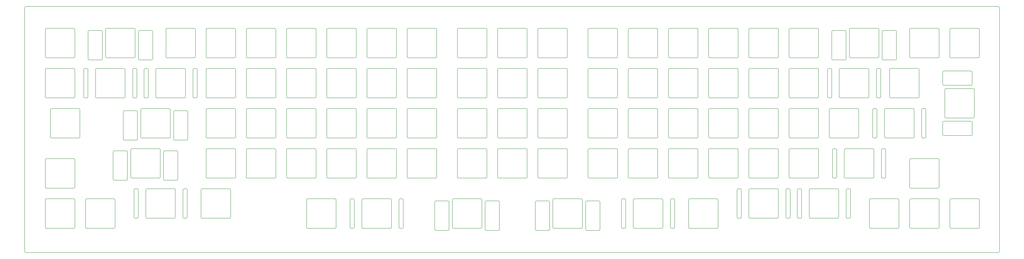
<source format=gbr>
%TF.GenerationSoftware,KiCad,Pcbnew,(5.1.6)-1*%
%TF.CreationDate,2020-07-08T00:30:10-04:00*%
%TF.ProjectId,railroad-keyboard-switch-plate,7261696c-726f-4616-942d-6b6579626f61,rev?*%
%TF.SameCoordinates,Original*%
%TF.FileFunction,Profile,NP*%
%FSLAX46Y46*%
G04 Gerber Fmt 4.6, Leading zero omitted, Abs format (unit mm)*
G04 Created by KiCad (PCBNEW (5.1.6)-1) date 2020-07-08 00:30:10*
%MOMM*%
%LPD*%
G01*
G04 APERTURE LIST*
%TA.AperFunction,Profile*%
%ADD10C,0.200000*%
%TD*%
G04 APERTURE END LIST*
D10*
X-6597650Y-462330800D02*
G75*
G02*
X-7391400Y-461537050I0J793750D01*
G01*
X454571100Y-461537050D02*
G75*
G02*
X453777350Y-462330800I-793750J0D01*
G01*
X453777350Y-345389200D02*
G75*
G02*
X454571100Y-346182950I0J-793750D01*
G01*
X-7391400Y-346182950D02*
G75*
G02*
X-6597650Y-345389200I793750J0D01*
G01*
X412496100Y-450773700D02*
G75*
G02*
X411996100Y-450273700I0J500000D01*
G01*
X-6597650Y-345389200D02*
X453777350Y-345389200D01*
X454571100Y-346182950D02*
X454571100Y-461537050D01*
X445046100Y-437273700D02*
X445046100Y-450273700D01*
X412496100Y-450773700D02*
X425496100Y-450773700D01*
X444546100Y-436773700D02*
G75*
G02*
X445046100Y-437273700I0J-500000D01*
G01*
X-7391400Y-346182950D02*
X-7391400Y-461537050D01*
X411996100Y-437273700D02*
X411996100Y-450273700D01*
X-6597650Y-462330800D02*
X453777350Y-462330800D01*
X431546100Y-436773700D02*
X444546100Y-436773700D01*
X445046100Y-450273700D02*
G75*
G02*
X444546100Y-450773700I-500000J0D01*
G01*
X412496100Y-436773700D02*
X425496100Y-436773700D01*
X425996100Y-450273700D02*
G75*
G02*
X425496100Y-450773700I-500000J0D01*
G01*
X431046100Y-437273700D02*
G75*
G02*
X431546100Y-436773700I500000J0D01*
G01*
X431546100Y-450773700D02*
G75*
G02*
X431046100Y-450273700I0J500000D01*
G01*
X431546100Y-450773700D02*
X444546100Y-450773700D01*
X425496100Y-436773700D02*
G75*
G02*
X425996100Y-437273700I0J-500000D01*
G01*
X411996100Y-437273700D02*
G75*
G02*
X412496100Y-436773700I500000J0D01*
G01*
X425996100Y-437273700D02*
X425996100Y-450273700D01*
X431046100Y-437273700D02*
X431046100Y-450273700D01*
X242927350Y-437273700D02*
G75*
G02*
X243427350Y-436773700I500000J0D01*
G01*
X406946100Y-450273700D02*
G75*
G02*
X406446100Y-450773700I-500000J0D01*
G01*
X393446100Y-450773700D02*
G75*
G02*
X392946100Y-450273700I0J500000D01*
G01*
X258490350Y-438273700D02*
G75*
G02*
X258990350Y-437773700I500000J0D01*
G01*
X241364350Y-438273700D02*
X241364350Y-451273700D01*
X406446100Y-436773700D02*
G75*
G02*
X406946100Y-437273700I0J-500000D01*
G01*
X393446100Y-436773700D02*
X406446100Y-436773700D01*
X275927350Y-450773700D02*
X276927350Y-450773700D01*
X300127350Y-436773700D02*
G75*
G02*
X300627350Y-437273700I0J-500000D01*
G01*
X256427350Y-436773700D02*
G75*
G02*
X256927350Y-437273700I0J-500000D01*
G01*
X406946100Y-437273700D02*
X406946100Y-450273700D01*
X307721100Y-450773700D02*
X320721100Y-450773700D01*
X275427350Y-437273700D02*
X275427350Y-450273700D01*
X275927350Y-436773700D02*
X276927350Y-436773700D01*
X243427350Y-450773700D02*
X256427350Y-450773700D01*
X299127350Y-450773700D02*
X300127350Y-450773700D01*
X294527350Y-436773700D02*
G75*
G02*
X295027350Y-437273700I0J-500000D01*
G01*
X281527350Y-436773700D02*
X294527350Y-436773700D01*
X258990350Y-451773700D02*
G75*
G02*
X258490350Y-451273700I0J500000D01*
G01*
X281027350Y-437273700D02*
X281027350Y-450273700D01*
X300627350Y-450273700D02*
G75*
G02*
X300127350Y-450773700I-500000J0D01*
G01*
X265240350Y-451273700D02*
G75*
G02*
X264740350Y-451773700I-500000J0D01*
G01*
X307221100Y-437273700D02*
X307221100Y-450273700D01*
X307721100Y-436773700D02*
X320721100Y-436773700D01*
X275427350Y-437273700D02*
G75*
G02*
X275927350Y-436773700I500000J0D01*
G01*
X299127350Y-450773700D02*
G75*
G02*
X298627350Y-450273700I0J500000D01*
G01*
X281527350Y-450773700D02*
G75*
G02*
X281027350Y-450273700I0J500000D01*
G01*
X240864350Y-437773700D02*
G75*
G02*
X241364350Y-438273700I0J-500000D01*
G01*
X243427350Y-436773700D02*
X256427350Y-436773700D01*
X281027350Y-437273700D02*
G75*
G02*
X281527350Y-436773700I500000J0D01*
G01*
X295027350Y-450273700D02*
G75*
G02*
X294527350Y-450773700I-500000J0D01*
G01*
X298627350Y-437273700D02*
X298627350Y-450273700D01*
X258990350Y-437773700D02*
X264740350Y-437773700D01*
X264740350Y-437773700D02*
G75*
G02*
X265240350Y-438273700I0J-500000D01*
G01*
X242927350Y-437273700D02*
X242927350Y-450273700D01*
X299127350Y-436773700D02*
X300127350Y-436773700D01*
X234614350Y-438273700D02*
G75*
G02*
X235114350Y-437773700I500000J0D01*
G01*
X281527350Y-450773700D02*
X294527350Y-450773700D01*
X392946100Y-437273700D02*
G75*
G02*
X393446100Y-436773700I500000J0D01*
G01*
X392946100Y-437273700D02*
X392946100Y-450273700D01*
X393446100Y-450773700D02*
X406446100Y-450773700D01*
X307721100Y-450773700D02*
G75*
G02*
X307221100Y-450273700I0J500000D01*
G01*
X277427350Y-450273700D02*
G75*
G02*
X276927350Y-450773700I-500000J0D01*
G01*
X320721100Y-436773700D02*
G75*
G02*
X321221100Y-437273700I0J-500000D01*
G01*
X276927350Y-436773700D02*
G75*
G02*
X277427350Y-437273700I0J-500000D01*
G01*
X258490350Y-438273700D02*
X258490350Y-451273700D01*
X307221100Y-437273700D02*
G75*
G02*
X307721100Y-436773700I500000J0D01*
G01*
X275927350Y-450773700D02*
G75*
G02*
X275427350Y-450273700I0J500000D01*
G01*
X256927350Y-437273700D02*
X256927350Y-450273700D01*
X277427350Y-437273700D02*
X277427350Y-450273700D01*
X295027350Y-437273700D02*
X295027350Y-450273700D01*
X235114350Y-451773700D02*
G75*
G02*
X234614350Y-451273700I0J500000D01*
G01*
X234614350Y-438273700D02*
X234614350Y-451273700D01*
X298627350Y-437273700D02*
G75*
G02*
X299127350Y-436773700I500000J0D01*
G01*
X300627350Y-437273700D02*
X300627350Y-450273700D01*
X235114350Y-451773700D02*
X240864350Y-451773700D01*
X265240350Y-438273700D02*
X265240350Y-451273700D01*
X235114350Y-437773700D02*
X240864350Y-437773700D01*
X258990350Y-451773700D02*
X264740350Y-451773700D01*
X321221100Y-437273700D02*
X321221100Y-450273700D01*
X243427350Y-450773700D02*
G75*
G02*
X242927350Y-450273700I0J500000D01*
G01*
X256927350Y-450273700D02*
G75*
G02*
X256427350Y-450773700I-500000J0D01*
G01*
X321221100Y-450273700D02*
G75*
G02*
X320721100Y-450773700I-500000J0D01*
G01*
X241364350Y-451273700D02*
G75*
G02*
X240864350Y-451773700I-500000J0D01*
G01*
X353896100Y-432011200D02*
X354896100Y-432011200D01*
X360271100Y-432011200D02*
G75*
G02*
X360771100Y-432511200I0J-500000D01*
G01*
X330696100Y-432011200D02*
X331696100Y-432011200D01*
X359271100Y-446011200D02*
X360271100Y-446011200D01*
X332196100Y-445511200D02*
G75*
G02*
X331696100Y-446011200I-500000J0D01*
G01*
X15921099Y-436773700D02*
G75*
G02*
X16421099Y-437273700I0J-500000D01*
G01*
X359271100Y-446011200D02*
G75*
G02*
X358771100Y-445511200I0J500000D01*
G01*
X358771100Y-432511200D02*
G75*
G02*
X359271100Y-432011200I500000J0D01*
G01*
X353896100Y-446011200D02*
X354896100Y-446011200D01*
X383471100Y-432011200D02*
G75*
G02*
X383971100Y-432511200I0J-500000D01*
G01*
X382471100Y-446011200D02*
X383471100Y-446011200D01*
X364371100Y-432511200D02*
G75*
G02*
X364871100Y-432011200I500000J0D01*
G01*
X364871100Y-446011200D02*
G75*
G02*
X364371100Y-445511200I0J500000D01*
G01*
X2421100Y-437273700D02*
G75*
G02*
X2921100Y-436773700I500000J0D01*
G01*
X360771100Y-432511200D02*
X360771100Y-445511200D01*
X330196100Y-432511200D02*
X330196100Y-445511200D01*
X2921100Y-436773700D02*
X15921099Y-436773700D01*
X332196100Y-432511200D02*
X332196100Y-445511200D01*
X358771100Y-432511200D02*
X358771100Y-445511200D01*
X381971100Y-432511200D02*
X381971100Y-445511200D01*
X382471100Y-446011200D02*
G75*
G02*
X381971100Y-445511200I0J500000D01*
G01*
X382471100Y-432011200D02*
X383471100Y-432011200D01*
X383971100Y-432511200D02*
X383971100Y-445511200D01*
X364871100Y-446011200D02*
X377871100Y-446011200D01*
X381971100Y-432511200D02*
G75*
G02*
X382471100Y-432011200I500000J0D01*
G01*
X377871100Y-432011200D02*
G75*
G02*
X378371100Y-432511200I0J-500000D01*
G01*
X353396100Y-432511200D02*
G75*
G02*
X353896100Y-432011200I500000J0D01*
G01*
X330696100Y-446011200D02*
X331696100Y-446011200D01*
X336296100Y-446011200D02*
G75*
G02*
X335796100Y-445511200I0J500000D01*
G01*
X364871100Y-432011200D02*
X377871100Y-432011200D01*
X16421099Y-450273700D02*
G75*
G02*
X15921099Y-450773700I-500000J0D01*
G01*
X16421099Y-437273700D02*
X16421099Y-450273700D01*
X2421100Y-437273700D02*
X2421100Y-450273700D01*
X2921100Y-450773700D02*
X15921099Y-450773700D01*
X360771100Y-445511200D02*
G75*
G02*
X360271100Y-446011200I-500000J0D01*
G01*
X359271100Y-432011200D02*
X360271100Y-432011200D01*
X383971100Y-445511200D02*
G75*
G02*
X383471100Y-446011200I-500000J0D01*
G01*
X353896100Y-446011200D02*
G75*
G02*
X353396100Y-445511200I0J500000D01*
G01*
X378371100Y-445511200D02*
G75*
G02*
X377871100Y-446011200I-500000J0D01*
G01*
X349796100Y-445511200D02*
G75*
G02*
X349296100Y-446011200I-500000J0D01*
G01*
X364371100Y-432511200D02*
X364371100Y-445511200D01*
X330696100Y-446011200D02*
G75*
G02*
X330196100Y-445511200I0J500000D01*
G01*
X331696100Y-432011200D02*
G75*
G02*
X332196100Y-432511200I0J-500000D01*
G01*
X330196100Y-432511200D02*
G75*
G02*
X330696100Y-432011200I500000J0D01*
G01*
X355396100Y-445511200D02*
G75*
G02*
X354896100Y-446011200I-500000J0D01*
G01*
X354896100Y-432011200D02*
G75*
G02*
X355396100Y-432511200I0J-500000D01*
G01*
X349296100Y-432011200D02*
G75*
G02*
X349796100Y-432511200I0J-500000D01*
G01*
X335796100Y-432511200D02*
G75*
G02*
X336296100Y-432011200I500000J0D01*
G01*
X2921100Y-450773700D02*
G75*
G02*
X2421100Y-450273700I0J500000D01*
G01*
X353396100Y-432511200D02*
X353396100Y-445511200D01*
X355396100Y-432511200D02*
X355396100Y-445511200D01*
X378371100Y-432511200D02*
X378371100Y-445511200D01*
X89739850Y-432011200D02*
G75*
G02*
X90239850Y-432511200I0J-500000D01*
G01*
X399139850Y-426961200D02*
G75*
G02*
X398639850Y-426461200I0J500000D01*
G01*
X76739850Y-446011200D02*
X89739850Y-446011200D01*
X50046100Y-432511200D02*
X50046100Y-445511200D01*
X50546100Y-432011200D02*
X63546100Y-432011200D01*
X411996100Y-418223700D02*
X411996100Y-431223700D01*
X412496100Y-431723700D02*
G75*
G02*
X411996100Y-431223700I0J500000D01*
G01*
X412496100Y-417723700D02*
X425496100Y-417723700D01*
X377439850Y-413461200D02*
X377439850Y-426461200D01*
X412496100Y-431723700D02*
X425496100Y-431723700D01*
X76739850Y-446011200D02*
G75*
G02*
X76239850Y-445511200I0J500000D01*
G01*
X45946100Y-432011200D02*
G75*
G02*
X46446100Y-432511200I0J-500000D01*
G01*
X64046100Y-445511200D02*
G75*
G02*
X63546100Y-446011200I-500000J0D01*
G01*
X336296100Y-446011200D02*
X349296100Y-446011200D01*
X76239850Y-432511200D02*
G75*
G02*
X76739850Y-432011200I500000J0D01*
G01*
X63546100Y-432011200D02*
G75*
G02*
X64046100Y-432511200I0J-500000D01*
G01*
X46446100Y-432511200D02*
X46446100Y-445511200D01*
X44446100Y-432511200D02*
X44446100Y-445511200D01*
X16421099Y-418223700D02*
X16421099Y-431223700D01*
X375439850Y-413461200D02*
X375439850Y-426461200D01*
X68146100Y-446011200D02*
G75*
G02*
X67646100Y-445511200I0J500000D01*
G01*
X64046100Y-432511200D02*
X64046100Y-445511200D01*
X16421099Y-431223700D02*
G75*
G02*
X15921099Y-431723700I-500000J0D01*
G01*
X411996100Y-418223700D02*
G75*
G02*
X412496100Y-417723700I500000J0D01*
G01*
X376939850Y-412961200D02*
G75*
G02*
X377439850Y-413461200I0J-500000D01*
G01*
X68146100Y-446011200D02*
X69146100Y-446011200D01*
X50046100Y-432511200D02*
G75*
G02*
X50546100Y-432011200I500000J0D01*
G01*
X15921099Y-417723700D02*
G75*
G02*
X16421099Y-418223700I0J-500000D01*
G01*
X400639850Y-426461200D02*
G75*
G02*
X400139850Y-426961200I-500000J0D01*
G01*
X425996100Y-431223700D02*
G75*
G02*
X425496100Y-431723700I-500000J0D01*
G01*
X375939850Y-426961200D02*
X376939850Y-426961200D01*
X69646100Y-432511200D02*
X69646100Y-445511200D01*
X375939850Y-426961200D02*
G75*
G02*
X375439850Y-426461200I0J500000D01*
G01*
X375939850Y-412961200D02*
X376939850Y-412961200D01*
X44946100Y-446011200D02*
G75*
G02*
X44446100Y-445511200I0J500000D01*
G01*
X67646100Y-432511200D02*
G75*
G02*
X68146100Y-432011200I500000J0D01*
G01*
X44446100Y-432511200D02*
G75*
G02*
X44946100Y-432011200I500000J0D01*
G01*
X425996100Y-418223700D02*
X425996100Y-431223700D01*
X44946100Y-432011200D02*
X45946100Y-432011200D01*
X46446100Y-445511200D02*
G75*
G02*
X45946100Y-446011200I-500000J0D01*
G01*
X50546100Y-446011200D02*
G75*
G02*
X50046100Y-445511200I0J500000D01*
G01*
X2921100Y-431723700D02*
X15921099Y-431723700D01*
X2921100Y-417723700D02*
X15921099Y-417723700D01*
X336296100Y-432011200D02*
X349296100Y-432011200D01*
X76239850Y-432511200D02*
X76239850Y-445511200D01*
X76739850Y-432011200D02*
X89739850Y-432011200D01*
X67646100Y-432511200D02*
X67646100Y-445511200D01*
X50546100Y-446011200D02*
X63546100Y-446011200D01*
X400139850Y-412961200D02*
G75*
G02*
X400639850Y-413461200I0J-500000D01*
G01*
X425496100Y-417723700D02*
G75*
G02*
X425996100Y-418223700I0J-500000D01*
G01*
X398639850Y-413461200D02*
G75*
G02*
X399139850Y-412961200I500000J0D01*
G01*
X90239850Y-432511200D02*
X90239850Y-445511200D01*
X2421100Y-418223700D02*
G75*
G02*
X2921100Y-417723700I500000J0D01*
G01*
X44946100Y-446011200D02*
X45946100Y-446011200D01*
X69646100Y-445511200D02*
G75*
G02*
X69146100Y-446011200I-500000J0D01*
G01*
X2921100Y-431723700D02*
G75*
G02*
X2421100Y-431223700I0J500000D01*
G01*
X69146100Y-432011200D02*
G75*
G02*
X69646100Y-432511200I0J-500000D01*
G01*
X68146100Y-432011200D02*
X69146100Y-432011200D01*
X2421100Y-418223700D02*
X2421100Y-431223700D01*
X377439850Y-426461200D02*
G75*
G02*
X376939850Y-426961200I-500000J0D01*
G01*
X349796100Y-432511200D02*
X349796100Y-445511200D01*
X335796100Y-432511200D02*
X335796100Y-445511200D01*
X90239850Y-445511200D02*
G75*
G02*
X89739850Y-446011200I-500000J0D01*
G01*
X375439850Y-413461200D02*
G75*
G02*
X375939850Y-412961200I500000J0D01*
G01*
X278646100Y-413461200D02*
G75*
G02*
X279146100Y-412961200I500000J0D01*
G01*
X399139850Y-426961200D02*
X400139850Y-426961200D01*
X330746100Y-413461200D02*
X330746100Y-426461200D01*
X297696100Y-413461200D02*
G75*
G02*
X298196100Y-412961200I500000J0D01*
G01*
X260096100Y-426961200D02*
X273096100Y-426961200D01*
X399139850Y-412961200D02*
X400139850Y-412961200D01*
X381539850Y-426961200D02*
X394539850Y-426961200D01*
X368346100Y-412961200D02*
G75*
G02*
X368846100Y-413461200I0J-500000D01*
G01*
X249283600Y-412961200D02*
G75*
G02*
X249783600Y-413461200I0J-500000D01*
G01*
X292146100Y-412961200D02*
G75*
G02*
X292646100Y-413461200I0J-500000D01*
G01*
X381039850Y-413461200D02*
X381039850Y-426461200D01*
X273596100Y-413461200D02*
X273596100Y-426461200D01*
X259596100Y-413461200D02*
X259596100Y-426461200D01*
X395039850Y-426461200D02*
G75*
G02*
X394539850Y-426961200I-500000J0D01*
G01*
X381539850Y-412961200D02*
X394539850Y-412961200D01*
X355346100Y-426961200D02*
X368346100Y-426961200D01*
X349296100Y-412961200D02*
G75*
G02*
X349796100Y-413461200I0J-500000D01*
G01*
X336296100Y-412961200D02*
X349296100Y-412961200D01*
X298196100Y-426961200D02*
G75*
G02*
X297696100Y-426461200I0J500000D01*
G01*
X335796100Y-413461200D02*
X335796100Y-426461200D01*
X368846100Y-426461200D02*
G75*
G02*
X368346100Y-426961200I-500000J0D01*
G01*
X311696100Y-426461200D02*
G75*
G02*
X311196100Y-426961200I-500000J0D01*
G01*
X381039850Y-413461200D02*
G75*
G02*
X381539850Y-412961200I500000J0D01*
G01*
X355346100Y-426961200D02*
G75*
G02*
X354846100Y-426461200I0J500000D01*
G01*
X354846100Y-413461200D02*
X354846100Y-426461200D01*
X336296100Y-426961200D02*
G75*
G02*
X335796100Y-426461200I0J500000D01*
G01*
X330246100Y-412961200D02*
G75*
G02*
X330746100Y-413461200I0J-500000D01*
G01*
X260096100Y-426961200D02*
G75*
G02*
X259596100Y-426461200I0J500000D01*
G01*
X273596100Y-426461200D02*
G75*
G02*
X273096100Y-426961200I-500000J0D01*
G01*
X335796100Y-413461200D02*
G75*
G02*
X336296100Y-412961200I500000J0D01*
G01*
X349796100Y-426461200D02*
G75*
G02*
X349296100Y-426961200I-500000J0D01*
G01*
X298196100Y-412961200D02*
X311196100Y-412961200D01*
X260096100Y-412961200D02*
X273096100Y-412961200D01*
X311196100Y-412961200D02*
G75*
G02*
X311696100Y-413461200I0J-500000D01*
G01*
X278646100Y-413461200D02*
X278646100Y-426461200D01*
X355346100Y-412961200D02*
X368346100Y-412961200D01*
X316746100Y-413461200D02*
G75*
G02*
X317246100Y-412961200I500000J0D01*
G01*
X336296100Y-426961200D02*
X349296100Y-426961200D01*
X381539850Y-426961200D02*
G75*
G02*
X381039850Y-426461200I0J500000D01*
G01*
X394539850Y-412961200D02*
G75*
G02*
X395039850Y-413461200I0J-500000D01*
G01*
X395039850Y-413461200D02*
X395039850Y-426461200D01*
X354846100Y-413461200D02*
G75*
G02*
X355346100Y-412961200I500000J0D01*
G01*
X368846100Y-413461200D02*
X368846100Y-426461200D01*
X349796100Y-413461200D02*
X349796100Y-426461200D01*
X317246100Y-426961200D02*
G75*
G02*
X316746100Y-426461200I0J500000D01*
G01*
X297696100Y-413461200D02*
X297696100Y-426461200D01*
X316746100Y-413461200D02*
X316746100Y-426461200D01*
X235783600Y-413461200D02*
G75*
G02*
X236283600Y-412961200I500000J0D01*
G01*
X292646100Y-413461200D02*
X292646100Y-426461200D01*
X317246100Y-426961200D02*
X330246100Y-426961200D01*
X236283600Y-426961200D02*
G75*
G02*
X235783600Y-426461200I0J500000D01*
G01*
X317246100Y-412961200D02*
X330246100Y-412961200D01*
X311696100Y-413461200D02*
X311696100Y-426461200D01*
X273096100Y-412961200D02*
G75*
G02*
X273596100Y-413461200I0J-500000D01*
G01*
X298196100Y-426961200D02*
X311196100Y-426961200D01*
X259596100Y-413461200D02*
G75*
G02*
X260096100Y-412961200I500000J0D01*
G01*
X279146100Y-426961200D02*
X292146100Y-426961200D01*
X279146100Y-412961200D02*
X292146100Y-412961200D01*
X249783600Y-426461200D02*
G75*
G02*
X249283600Y-426961200I-500000J0D01*
G01*
X400639850Y-413461200D02*
X400639850Y-426461200D01*
X279146100Y-426961200D02*
G75*
G02*
X278646100Y-426461200I0J500000D01*
G01*
X292646100Y-426461200D02*
G75*
G02*
X292146100Y-426961200I-500000J0D01*
G01*
X398639850Y-413461200D02*
X398639850Y-426461200D01*
X330746100Y-426461200D02*
G75*
G02*
X330246100Y-426961200I-500000J0D01*
G01*
X130721099Y-426461200D02*
G75*
G02*
X130221099Y-426961200I-500000J0D01*
G01*
X135771100Y-413461200D02*
G75*
G02*
X136271100Y-412961200I500000J0D01*
G01*
X136271100Y-412961200D02*
X149271100Y-412961200D01*
X117221100Y-426961200D02*
X130221099Y-426961200D01*
X111671100Y-426461200D02*
G75*
G02*
X111171100Y-426961200I-500000J0D01*
G01*
X98171100Y-412961200D02*
X111171100Y-412961200D01*
X173871100Y-413461200D02*
G75*
G02*
X174371100Y-412961200I500000J0D01*
G01*
X136271100Y-426961200D02*
G75*
G02*
X135771100Y-426461200I0J500000D01*
G01*
X136271100Y-426961200D02*
X149271100Y-426961200D01*
X173871100Y-413461200D02*
X173871100Y-426461200D01*
X211683600Y-413461200D02*
X211683600Y-426461200D01*
X149771100Y-413461200D02*
X149771100Y-426461200D01*
X117221100Y-412961200D02*
X130221099Y-412961200D01*
X111171100Y-412961200D02*
G75*
G02*
X111671100Y-413461200I0J-500000D01*
G01*
X98171100Y-426961200D02*
X111171100Y-426961200D01*
X198183600Y-426961200D02*
X211183600Y-426961200D01*
X230733600Y-426461200D02*
G75*
G02*
X230233600Y-426961200I-500000J0D01*
G01*
X217233600Y-426961200D02*
G75*
G02*
X216733600Y-426461200I0J500000D01*
G01*
X154821100Y-413461200D02*
G75*
G02*
X155321100Y-412961200I500000J0D01*
G01*
X174371100Y-412961200D02*
X187371100Y-412961200D01*
X216733600Y-413461200D02*
X216733600Y-426461200D01*
X187871100Y-426461200D02*
G75*
G02*
X187371100Y-426961200I-500000J0D01*
G01*
X97671100Y-413461200D02*
X97671100Y-426461200D01*
X116721100Y-413461200D02*
X116721100Y-426461200D01*
X216733600Y-413461200D02*
G75*
G02*
X217233600Y-412961200I500000J0D01*
G01*
X211183600Y-412961200D02*
G75*
G02*
X211683600Y-413461200I0J-500000D01*
G01*
X198183600Y-412961200D02*
X211183600Y-412961200D01*
X187871100Y-413461200D02*
X187871100Y-426461200D01*
X130221099Y-412961200D02*
G75*
G02*
X130721099Y-413461200I0J-500000D01*
G01*
X98171100Y-426961200D02*
G75*
G02*
X97671100Y-426461200I0J500000D01*
G01*
X116721100Y-413461200D02*
G75*
G02*
X117221100Y-412961200I500000J0D01*
G01*
X217233600Y-412961200D02*
X230233600Y-412961200D01*
X211683600Y-426461200D02*
G75*
G02*
X211183600Y-426961200I-500000J0D01*
G01*
X197683600Y-413461200D02*
X197683600Y-426461200D01*
X154821100Y-413461200D02*
X154821100Y-426461200D01*
X155321100Y-412961200D02*
X168321100Y-412961200D01*
X149771100Y-426461200D02*
G75*
G02*
X149271100Y-426961200I-500000J0D01*
G01*
X92621100Y-426461200D02*
G75*
G02*
X92121100Y-426961200I-500000J0D01*
G01*
X97671100Y-413461200D02*
G75*
G02*
X98171100Y-412961200I500000J0D01*
G01*
X130721099Y-413461200D02*
X130721099Y-426461200D01*
X79121100Y-426961200D02*
G75*
G02*
X78621100Y-426461200I0J500000D01*
G01*
X249783600Y-413461200D02*
X249783600Y-426461200D01*
X198183600Y-426961200D02*
G75*
G02*
X197683600Y-426461200I0J500000D01*
G01*
X168821100Y-426461200D02*
G75*
G02*
X168321100Y-426961200I-500000J0D01*
G01*
X111671100Y-413461200D02*
X111671100Y-426461200D01*
X155321100Y-426961200D02*
X168321100Y-426961200D01*
X149271100Y-412961200D02*
G75*
G02*
X149771100Y-413461200I0J-500000D01*
G01*
X78621100Y-413461200D02*
G75*
G02*
X79121100Y-412961200I500000J0D01*
G01*
X117221100Y-426961200D02*
G75*
G02*
X116721100Y-426461200I0J500000D01*
G01*
X235783600Y-413461200D02*
X235783600Y-426461200D01*
X187371100Y-412961200D02*
G75*
G02*
X187871100Y-413461200I0J-500000D01*
G01*
X168321100Y-412961200D02*
G75*
G02*
X168821100Y-413461200I0J-500000D01*
G01*
X92121100Y-412961200D02*
G75*
G02*
X92621100Y-413461200I0J-500000D01*
G01*
X230233600Y-412961200D02*
G75*
G02*
X230733600Y-413461200I0J-500000D01*
G01*
X236283600Y-426961200D02*
X249283600Y-426961200D01*
X174371100Y-426961200D02*
X187371100Y-426961200D01*
X135771100Y-413461200D02*
X135771100Y-426461200D01*
X197683600Y-413461200D02*
G75*
G02*
X198183600Y-412961200I500000J0D01*
G01*
X230733600Y-413461200D02*
X230733600Y-426461200D01*
X217233600Y-426961200D02*
X230233600Y-426961200D01*
X236283600Y-412961200D02*
X249283600Y-412961200D01*
X174371100Y-426961200D02*
G75*
G02*
X173871100Y-426461200I0J500000D01*
G01*
X155321100Y-426961200D02*
G75*
G02*
X154821100Y-426461200I0J500000D01*
G01*
X168821100Y-413461200D02*
X168821100Y-426461200D01*
X373896100Y-394411200D02*
G75*
G02*
X374396100Y-393911200I500000J0D01*
G01*
X64715350Y-413961200D02*
G75*
G02*
X65215350Y-414461200I0J-500000D01*
G01*
X414089850Y-394411200D02*
X414089850Y-407411200D01*
X35089350Y-413961200D02*
X40839350Y-413961200D01*
X387896100Y-407411200D02*
G75*
G02*
X387396100Y-407911200I-500000J0D01*
G01*
X58965350Y-427961200D02*
G75*
G02*
X58465350Y-427461200I0J500000D01*
G01*
X65215350Y-414461200D02*
X65215350Y-427461200D01*
X373896100Y-394411200D02*
X373896100Y-407411200D01*
X43402350Y-426961200D02*
X56402350Y-426961200D01*
X400589850Y-407911200D02*
G75*
G02*
X400089850Y-407411200I0J500000D01*
G01*
X394489850Y-394411200D02*
G75*
G02*
X394989850Y-393911200I500000J0D01*
G01*
X396489850Y-394411200D02*
X396489850Y-407411200D01*
X394489850Y-394411200D02*
X394489850Y-407411200D01*
X58965350Y-427961200D02*
X64715350Y-427961200D01*
X355346100Y-407911200D02*
G75*
G02*
X354846100Y-407411200I0J500000D01*
G01*
X418189850Y-393911200D02*
X419189850Y-393911200D01*
X400589850Y-393911200D02*
X413589850Y-393911200D01*
X42902350Y-413461200D02*
G75*
G02*
X43402350Y-412961200I500000J0D01*
G01*
X394989850Y-407911200D02*
G75*
G02*
X394489850Y-407411200I0J500000D01*
G01*
X418189850Y-407911200D02*
G75*
G02*
X417689850Y-407411200I0J500000D01*
G01*
X419689850Y-394411200D02*
X419689850Y-407411200D01*
X58465350Y-414461200D02*
X58465350Y-427461200D01*
X56902350Y-426461200D02*
G75*
G02*
X56402350Y-426961200I-500000J0D01*
G01*
X419689850Y-407411200D02*
G75*
G02*
X419189850Y-407911200I-500000J0D01*
G01*
X35089350Y-427961200D02*
G75*
G02*
X34589350Y-427461200I0J500000D01*
G01*
X58465350Y-414461200D02*
G75*
G02*
X58965350Y-413961200I500000J0D01*
G01*
X400589850Y-407911200D02*
X413589850Y-407911200D01*
X58965350Y-413961200D02*
X64715350Y-413961200D01*
X374396100Y-393911200D02*
X387396100Y-393911200D01*
X394989850Y-393911200D02*
X395989850Y-393911200D01*
X56902350Y-413461200D02*
X56902350Y-426461200D01*
X374396100Y-407911200D02*
G75*
G02*
X373896100Y-407411200I0J500000D01*
G01*
X387396100Y-393911200D02*
G75*
G02*
X387896100Y-394411200I0J-500000D01*
G01*
X387896100Y-394411200D02*
X387896100Y-407411200D01*
X34589350Y-414461200D02*
G75*
G02*
X35089350Y-413961200I500000J0D01*
G01*
X56402350Y-412961200D02*
G75*
G02*
X56902350Y-413461200I0J-500000D01*
G01*
X43402350Y-412961200D02*
X56402350Y-412961200D01*
X419189850Y-393911200D02*
G75*
G02*
X419689850Y-394411200I0J-500000D01*
G01*
X417689850Y-394411200D02*
X417689850Y-407411200D01*
X374396100Y-407911200D02*
X387396100Y-407911200D01*
X400089850Y-394411200D02*
X400089850Y-407411200D01*
X395989850Y-393911200D02*
G75*
G02*
X396489850Y-394411200I0J-500000D01*
G01*
X79121100Y-426961200D02*
X92121100Y-426961200D01*
X41339350Y-427461200D02*
G75*
G02*
X40839350Y-427961200I-500000J0D01*
G01*
X418189850Y-407911200D02*
X419189850Y-407911200D01*
X368846100Y-407411200D02*
G75*
G02*
X368346100Y-407911200I-500000J0D01*
G01*
X41339350Y-414461200D02*
X41339350Y-427461200D01*
X414089850Y-407411200D02*
G75*
G02*
X413589850Y-407911200I-500000J0D01*
G01*
X92621100Y-413461200D02*
X92621100Y-426461200D01*
X394989850Y-407911200D02*
X395989850Y-407911200D01*
X78621100Y-413461200D02*
X78621100Y-426461200D01*
X79121100Y-412961200D02*
X92121100Y-412961200D01*
X40839350Y-413961200D02*
G75*
G02*
X41339350Y-414461200I0J-500000D01*
G01*
X42902350Y-413461200D02*
X42902350Y-426461200D01*
X354846100Y-394411200D02*
G75*
G02*
X355346100Y-393911200I500000J0D01*
G01*
X34589350Y-414461200D02*
X34589350Y-427461200D01*
X65215350Y-427461200D02*
G75*
G02*
X64715350Y-427961200I-500000J0D01*
G01*
X417689850Y-394411200D02*
G75*
G02*
X418189850Y-393911200I500000J0D01*
G01*
X413589850Y-393911200D02*
G75*
G02*
X414089850Y-394411200I0J-500000D01*
G01*
X35089350Y-427961200D02*
X40839350Y-427961200D01*
X43402350Y-426961200D02*
G75*
G02*
X42902350Y-426461200I0J500000D01*
G01*
X396489850Y-407411200D02*
G75*
G02*
X395989850Y-407911200I-500000J0D01*
G01*
X368346100Y-393911200D02*
G75*
G02*
X368846100Y-394411200I0J-500000D01*
G01*
X400089850Y-394411200D02*
G75*
G02*
X400589850Y-393911200I500000J0D01*
G01*
X146839850Y-437273700D02*
X146839850Y-450273700D01*
X21471100Y-437273700D02*
X21471100Y-450273700D01*
X186989350Y-438273700D02*
X186989350Y-451273700D01*
X211365350Y-451773700D02*
G75*
G02*
X210865350Y-451273700I0J500000D01*
G01*
X172039850Y-450273700D02*
G75*
G02*
X171539850Y-450773700I-500000J0D01*
G01*
X152939850Y-450773700D02*
G75*
G02*
X152439850Y-450273700I0J500000D01*
G01*
X170039850Y-437273700D02*
X170039850Y-450273700D01*
X152439850Y-437273700D02*
G75*
G02*
X152939850Y-436773700I500000J0D01*
G01*
X35471100Y-450273700D02*
G75*
G02*
X34971100Y-450773700I-500000J0D01*
G01*
X165939850Y-436773700D02*
G75*
G02*
X166439850Y-437273700I0J-500000D01*
G01*
X186989350Y-438273700D02*
G75*
G02*
X187489350Y-437773700I500000J0D01*
G01*
X193739350Y-438273700D02*
X193739350Y-451273700D01*
X210865350Y-438273700D02*
X210865350Y-451273700D01*
X187489350Y-451773700D02*
X193239350Y-451773700D01*
X210865350Y-438273700D02*
G75*
G02*
X211365350Y-437773700I500000J0D01*
G01*
X209302350Y-450273700D02*
G75*
G02*
X208802350Y-450773700I-500000J0D01*
G01*
X146839850Y-437273700D02*
G75*
G02*
X147339850Y-436773700I500000J0D01*
G01*
X147339850Y-436773700D02*
X148339850Y-436773700D01*
X140246100Y-450273700D02*
G75*
G02*
X139746100Y-450773700I-500000J0D01*
G01*
X21971100Y-450773700D02*
G75*
G02*
X21471100Y-450273700I0J500000D01*
G01*
X209302350Y-437273700D02*
X209302350Y-450273700D01*
X217615350Y-438273700D02*
X217615350Y-451273700D01*
X166439850Y-437273700D02*
X166439850Y-450273700D01*
X170539850Y-436773700D02*
X171539850Y-436773700D01*
X126746100Y-450773700D02*
X139746100Y-450773700D01*
X211365350Y-437773700D02*
X217115350Y-437773700D01*
X147339850Y-450773700D02*
G75*
G02*
X146839850Y-450273700I0J500000D01*
G01*
X152939850Y-450773700D02*
X165939850Y-450773700D01*
X35471100Y-437273700D02*
X35471100Y-450273700D01*
X211365350Y-451773700D02*
X217115350Y-451773700D01*
X34971100Y-436773700D02*
G75*
G02*
X35471100Y-437273700I0J-500000D01*
G01*
X195802350Y-436773700D02*
X208802350Y-436773700D01*
X126246100Y-437273700D02*
X126246100Y-450273700D01*
X21471100Y-437273700D02*
G75*
G02*
X21971100Y-436773700I500000J0D01*
G01*
X208802350Y-436773700D02*
G75*
G02*
X209302350Y-437273700I0J-500000D01*
G01*
X195802350Y-450773700D02*
X208802350Y-450773700D01*
X170039850Y-437273700D02*
G75*
G02*
X170539850Y-436773700I500000J0D01*
G01*
X166439850Y-450273700D02*
G75*
G02*
X165939850Y-450773700I-500000J0D01*
G01*
X172039850Y-437273700D02*
X172039850Y-450273700D01*
X170539850Y-450773700D02*
G75*
G02*
X170039850Y-450273700I0J500000D01*
G01*
X187489350Y-437773700D02*
X193239350Y-437773700D01*
X139746100Y-436773700D02*
G75*
G02*
X140246100Y-437273700I0J-500000D01*
G01*
X126246100Y-437273700D02*
G75*
G02*
X126746100Y-436773700I500000J0D01*
G01*
X148839850Y-437273700D02*
X148839850Y-450273700D01*
X217615350Y-451273700D02*
G75*
G02*
X217115350Y-451773700I-500000J0D01*
G01*
X148839850Y-450273700D02*
G75*
G02*
X148339850Y-450773700I-500000J0D01*
G01*
X171539850Y-436773700D02*
G75*
G02*
X172039850Y-437273700I0J-500000D01*
G01*
X217115350Y-437773700D02*
G75*
G02*
X217615350Y-438273700I0J-500000D01*
G01*
X21971100Y-450773700D02*
X34971100Y-450773700D01*
X170539850Y-450773700D02*
X171539850Y-450773700D01*
X21971100Y-436773700D02*
X34971100Y-436773700D01*
X147339850Y-450773700D02*
X148339850Y-450773700D01*
X152939850Y-436773700D02*
X165939850Y-436773700D01*
X195802350Y-450773700D02*
G75*
G02*
X195302350Y-450273700I0J500000D01*
G01*
X195302350Y-437273700D02*
G75*
G02*
X195802350Y-436773700I500000J0D01*
G01*
X152439850Y-437273700D02*
X152439850Y-450273700D01*
X148339850Y-436773700D02*
G75*
G02*
X148839850Y-437273700I0J-500000D01*
G01*
X195302350Y-437273700D02*
X195302350Y-450273700D01*
X126746100Y-450773700D02*
G75*
G02*
X126246100Y-450273700I0J500000D01*
G01*
X140246100Y-437273700D02*
X140246100Y-450273700D01*
X193739350Y-451273700D02*
G75*
G02*
X193239350Y-451773700I-500000J0D01*
G01*
X187489350Y-451773700D02*
G75*
G02*
X186989350Y-451273700I0J500000D01*
G01*
X193239350Y-437773700D02*
G75*
G02*
X193739350Y-438273700I0J-500000D01*
G01*
X126746100Y-436773700D02*
X139746100Y-436773700D01*
X260096100Y-393911200D02*
X273096100Y-393911200D01*
X273096100Y-393911200D02*
G75*
G02*
X273596100Y-394411200I0J-500000D01*
G01*
X260096100Y-407911200D02*
X273096100Y-407911200D01*
X235783600Y-394411200D02*
X235783600Y-407411200D01*
X236283600Y-393911200D02*
X249283600Y-393911200D01*
X316746100Y-394411200D02*
X316746100Y-407411200D01*
X336296100Y-407911200D02*
G75*
G02*
X335796100Y-407411200I0J500000D01*
G01*
X259596100Y-394411200D02*
X259596100Y-407411200D01*
X349296100Y-393911200D02*
G75*
G02*
X349796100Y-394411200I0J-500000D01*
G01*
X259596100Y-394411200D02*
G75*
G02*
X260096100Y-393911200I500000J0D01*
G01*
X335796100Y-394411200D02*
G75*
G02*
X336296100Y-393911200I500000J0D01*
G01*
X236283600Y-407911200D02*
X249283600Y-407911200D01*
X349796100Y-394411200D02*
X349796100Y-407411200D01*
X335796100Y-394411200D02*
X335796100Y-407411200D01*
X336296100Y-407911200D02*
X349296100Y-407911200D01*
X330746100Y-407411200D02*
G75*
G02*
X330246100Y-407911200I-500000J0D01*
G01*
X297696100Y-394411200D02*
X297696100Y-407411200D01*
X317246100Y-407911200D02*
G75*
G02*
X316746100Y-407411200I0J500000D01*
G01*
X249783600Y-394411200D02*
X249783600Y-407411200D01*
X330246100Y-393911200D02*
G75*
G02*
X330746100Y-394411200I0J-500000D01*
G01*
X330746100Y-394411200D02*
X330746100Y-407411200D01*
X298196100Y-407911200D02*
G75*
G02*
X297696100Y-407411200I0J500000D01*
G01*
X298196100Y-393911200D02*
X311196100Y-393911200D01*
X236283600Y-407911200D02*
G75*
G02*
X235783600Y-407411200I0J500000D01*
G01*
X249283600Y-393911200D02*
G75*
G02*
X249783600Y-394411200I0J-500000D01*
G01*
X279146100Y-407911200D02*
X292146100Y-407911200D01*
X311696100Y-407411200D02*
G75*
G02*
X311196100Y-407911200I-500000J0D01*
G01*
X279146100Y-407911200D02*
G75*
G02*
X278646100Y-407411200I0J500000D01*
G01*
X297696100Y-394411200D02*
G75*
G02*
X298196100Y-393911200I500000J0D01*
G01*
X292146100Y-393911200D02*
G75*
G02*
X292646100Y-394411200I0J-500000D01*
G01*
X273596100Y-407411200D02*
G75*
G02*
X273096100Y-407911200I-500000J0D01*
G01*
X279146100Y-393911200D02*
X292146100Y-393911200D01*
X235783600Y-394411200D02*
G75*
G02*
X236283600Y-393911200I500000J0D01*
G01*
X311696100Y-394411200D02*
X311696100Y-407411200D01*
X278646100Y-394411200D02*
G75*
G02*
X279146100Y-393911200I500000J0D01*
G01*
X292646100Y-394411200D02*
X292646100Y-407411200D01*
X317246100Y-393911200D02*
X330246100Y-393911200D01*
X260096100Y-407911200D02*
G75*
G02*
X259596100Y-407411200I0J500000D01*
G01*
X249783600Y-407411200D02*
G75*
G02*
X249283600Y-407911200I-500000J0D01*
G01*
X278646100Y-394411200D02*
X278646100Y-407411200D01*
X354846100Y-394411200D02*
X354846100Y-407411200D01*
X355346100Y-393911200D02*
X368346100Y-393911200D01*
X336296100Y-393911200D02*
X349296100Y-393911200D01*
X317246100Y-407911200D02*
X330246100Y-407911200D01*
X355346100Y-407911200D02*
X368346100Y-407911200D01*
X273596100Y-394411200D02*
X273596100Y-407411200D01*
X349796100Y-407411200D02*
G75*
G02*
X349296100Y-407911200I-500000J0D01*
G01*
X316746100Y-394411200D02*
G75*
G02*
X317246100Y-393911200I500000J0D01*
G01*
X311196100Y-393911200D02*
G75*
G02*
X311696100Y-394411200I0J-500000D01*
G01*
X298196100Y-407911200D02*
X311196100Y-407911200D01*
X292646100Y-407411200D02*
G75*
G02*
X292146100Y-407911200I-500000J0D01*
G01*
X79121100Y-393911200D02*
X92121100Y-393911200D01*
X155321100Y-407911200D02*
G75*
G02*
X154821100Y-407411200I0J500000D01*
G01*
X230733600Y-394411200D02*
X230733600Y-407411200D01*
X216733600Y-394411200D02*
X216733600Y-407411200D01*
X217233600Y-407911200D02*
X230233600Y-407911200D01*
X217233600Y-393911200D02*
X230233600Y-393911200D01*
X78621100Y-394411200D02*
G75*
G02*
X79121100Y-393911200I500000J0D01*
G01*
X198183600Y-407911200D02*
X211183600Y-407911200D01*
X135771100Y-394411200D02*
X135771100Y-407411200D01*
X154821100Y-394411200D02*
G75*
G02*
X155321100Y-393911200I500000J0D01*
G01*
X98171100Y-407911200D02*
X111171100Y-407911200D01*
X174371100Y-407911200D02*
G75*
G02*
X173871100Y-407411200I0J500000D01*
G01*
X173871100Y-394411200D02*
X173871100Y-407411200D01*
X174371100Y-407911200D02*
X187371100Y-407911200D01*
X168821100Y-407411200D02*
G75*
G02*
X168321100Y-407911200I-500000J0D01*
G01*
X168821100Y-394411200D02*
X168821100Y-407411200D01*
X154821100Y-394411200D02*
X154821100Y-407411200D01*
X149271100Y-393911200D02*
G75*
G02*
X149771100Y-394411200I0J-500000D01*
G01*
X116721100Y-394411200D02*
G75*
G02*
X117221100Y-393911200I500000J0D01*
G01*
X130721099Y-407411200D02*
G75*
G02*
X130221099Y-407911200I-500000J0D01*
G01*
X155321100Y-393911200D02*
X168321100Y-393911200D01*
X130721099Y-394411200D02*
X130721099Y-407411200D01*
X117221100Y-393911200D02*
X130221099Y-393911200D01*
X79121100Y-407911200D02*
X92121100Y-407911200D01*
X211683600Y-407411200D02*
G75*
G02*
X211183600Y-407911200I-500000J0D01*
G01*
X168321100Y-393911200D02*
G75*
G02*
X168821100Y-394411200I0J-500000D01*
G01*
X211183600Y-393911200D02*
G75*
G02*
X211683600Y-394411200I0J-500000D01*
G01*
X211683600Y-394411200D02*
X211683600Y-407411200D01*
X187871100Y-407411200D02*
G75*
G02*
X187371100Y-407911200I-500000J0D01*
G01*
X187371100Y-393911200D02*
G75*
G02*
X187871100Y-394411200I0J-500000D01*
G01*
X155321100Y-407911200D02*
X168321100Y-407911200D01*
X135771100Y-394411200D02*
G75*
G02*
X136271100Y-393911200I500000J0D01*
G01*
X136271100Y-407911200D02*
X149271100Y-407911200D01*
X130221099Y-393911200D02*
G75*
G02*
X130721099Y-394411200I0J-500000D01*
G01*
X92121100Y-393911200D02*
G75*
G02*
X92621100Y-394411200I0J-500000D01*
G01*
X97671100Y-394411200D02*
X97671100Y-407411200D01*
X117221100Y-407911200D02*
X130221099Y-407911200D01*
X197683600Y-394411200D02*
X197683600Y-407411200D01*
X136271100Y-407911200D02*
G75*
G02*
X135771100Y-407411200I0J500000D01*
G01*
X198183600Y-393911200D02*
X211183600Y-393911200D01*
X117221100Y-407911200D02*
G75*
G02*
X116721100Y-407411200I0J500000D01*
G01*
X116721100Y-394411200D02*
X116721100Y-407411200D01*
X92621100Y-394411200D02*
X92621100Y-407411200D01*
X78621100Y-394411200D02*
X78621100Y-407411200D01*
X98171100Y-407911200D02*
G75*
G02*
X97671100Y-407411200I0J500000D01*
G01*
X79121100Y-407911200D02*
G75*
G02*
X78621100Y-407411200I0J500000D01*
G01*
X173871100Y-394411200D02*
G75*
G02*
X174371100Y-393911200I500000J0D01*
G01*
X111171100Y-393911200D02*
G75*
G02*
X111671100Y-394411200I0J-500000D01*
G01*
X230733600Y-407411200D02*
G75*
G02*
X230233600Y-407911200I-500000J0D01*
G01*
X198183600Y-407911200D02*
G75*
G02*
X197683600Y-407411200I0J500000D01*
G01*
X197683600Y-394411200D02*
G75*
G02*
X198183600Y-393911200I500000J0D01*
G01*
X149771100Y-394411200D02*
X149771100Y-407411200D01*
X92621100Y-407411200D02*
G75*
G02*
X92121100Y-407911200I-500000J0D01*
G01*
X97671100Y-394411200D02*
G75*
G02*
X98171100Y-393911200I500000J0D01*
G01*
X217233600Y-407911200D02*
G75*
G02*
X216733600Y-407411200I0J500000D01*
G01*
X187871100Y-394411200D02*
X187871100Y-407411200D01*
X174371100Y-393911200D02*
X187371100Y-393911200D01*
X111671100Y-407411200D02*
G75*
G02*
X111171100Y-407911200I-500000J0D01*
G01*
X98171100Y-393911200D02*
X111171100Y-393911200D01*
X230233600Y-393911200D02*
G75*
G02*
X230733600Y-394411200I0J-500000D01*
G01*
X216733600Y-394411200D02*
G75*
G02*
X217233600Y-393911200I500000J0D01*
G01*
X149771100Y-407411200D02*
G75*
G02*
X149271100Y-407911200I-500000J0D01*
G01*
X136271100Y-393911200D02*
X149271100Y-393911200D01*
X111671100Y-394411200D02*
X111671100Y-407411200D01*
X61664850Y-407411200D02*
G75*
G02*
X61164850Y-407911200I-500000J0D01*
G01*
X442664850Y-397886200D02*
G75*
G02*
X442164850Y-398386200I-500000J0D01*
G01*
X63727850Y-394911200D02*
X69477850Y-394911200D01*
X48164850Y-407911200D02*
X61164850Y-407911200D01*
X18802350Y-407411200D02*
G75*
G02*
X18302350Y-407911200I-500000J0D01*
G01*
X5302350Y-393911200D02*
X18302350Y-393911200D01*
X69977850Y-395411200D02*
X69977850Y-408411200D01*
X63727850Y-408911200D02*
X69477850Y-408911200D01*
X402971100Y-388861200D02*
X415971100Y-388861200D01*
X442164850Y-398386200D02*
X429164850Y-398386200D01*
X48164850Y-393911200D02*
X61164850Y-393911200D01*
X18302350Y-393911200D02*
G75*
G02*
X18802350Y-394411200I0J-500000D01*
G01*
X5302350Y-407911200D02*
X18302350Y-407911200D01*
X427664850Y-400449200D02*
X427664850Y-406199200D01*
X441664850Y-400449200D02*
X441664850Y-406199200D01*
X47664850Y-394411200D02*
X47664850Y-407411200D01*
X441664850Y-406199200D02*
G75*
G02*
X441164850Y-406699200I-500000J0D01*
G01*
X428664850Y-384886200D02*
X428664850Y-397886200D01*
X428664850Y-384886200D02*
G75*
G02*
X429164850Y-384386200I500000J0D01*
G01*
X402471100Y-375361200D02*
G75*
G02*
X402971100Y-374861200I500000J0D01*
G01*
X441664850Y-376573200D02*
X441664850Y-382323200D01*
X4802350Y-394411200D02*
X4802350Y-407411200D01*
X416471100Y-388361200D02*
G75*
G02*
X415971100Y-388861200I-500000J0D01*
G01*
X442164850Y-384386200D02*
X429164850Y-384386200D01*
X69977850Y-408411200D02*
G75*
G02*
X69477850Y-408911200I-500000J0D01*
G01*
X442164850Y-384386200D02*
G75*
G02*
X442664850Y-384886200I0J-500000D01*
G01*
X63727850Y-408911200D02*
G75*
G02*
X63227850Y-408411200I0J500000D01*
G01*
X61164850Y-393911200D02*
G75*
G02*
X61664850Y-394411200I0J-500000D01*
G01*
X47664850Y-394411200D02*
G75*
G02*
X48164850Y-393911200I500000J0D01*
G01*
X5302350Y-407911200D02*
G75*
G02*
X4802350Y-407411200I0J500000D01*
G01*
X61664850Y-394411200D02*
X61664850Y-407411200D01*
X416471100Y-375361200D02*
X416471100Y-388361200D01*
X427664850Y-400449200D02*
G75*
G02*
X428164850Y-399949200I500000J0D01*
G01*
X442664850Y-384886200D02*
X442664850Y-397886200D01*
X4802350Y-394411200D02*
G75*
G02*
X5302350Y-393911200I500000J0D01*
G01*
X441164850Y-399949200D02*
G75*
G02*
X441664850Y-400449200I0J-500000D01*
G01*
X402971100Y-374861200D02*
X415971100Y-374861200D01*
X428164850Y-382823200D02*
G75*
G02*
X427664850Y-382323200I0J500000D01*
G01*
X415971100Y-374861200D02*
G75*
G02*
X416471100Y-375361200I0J-500000D01*
G01*
X427664850Y-376573200D02*
G75*
G02*
X428164850Y-376073200I500000J0D01*
G01*
X441164850Y-376073200D02*
X428164850Y-376073200D01*
X39851850Y-408911200D02*
X45601850Y-408911200D01*
X69477850Y-394911200D02*
G75*
G02*
X69977850Y-395411200I0J-500000D01*
G01*
X18802350Y-394411200D02*
X18802350Y-407411200D01*
X441164850Y-376073200D02*
G75*
G02*
X441664850Y-376573200I0J-500000D01*
G01*
X428164850Y-406699200D02*
G75*
G02*
X427664850Y-406199200I0J500000D01*
G01*
X427664850Y-376573200D02*
X427664850Y-382323200D01*
X441164850Y-406699200D02*
X428164850Y-406699200D01*
X48164850Y-407911200D02*
G75*
G02*
X47664850Y-407411200I0J500000D01*
G01*
X46101850Y-408411200D02*
G75*
G02*
X45601850Y-408911200I-500000J0D01*
G01*
X39851850Y-408911200D02*
G75*
G02*
X39351850Y-408411200I0J500000D01*
G01*
X441664850Y-382323200D02*
G75*
G02*
X441164850Y-382823200I-500000J0D01*
G01*
X441164850Y-382823200D02*
X428164850Y-382823200D01*
X402471100Y-375361200D02*
X402471100Y-388361200D01*
X45601850Y-394911200D02*
G75*
G02*
X46101850Y-395411200I0J-500000D01*
G01*
X63227850Y-395411200D02*
X63227850Y-408411200D01*
X441164850Y-399949200D02*
X428164850Y-399949200D01*
X429164850Y-398386200D02*
G75*
G02*
X428664850Y-397886200I0J500000D01*
G01*
X39351850Y-395411200D02*
G75*
G02*
X39851850Y-394911200I500000J0D01*
G01*
X46101850Y-395411200D02*
X46101850Y-408411200D01*
X39351850Y-395411200D02*
X39351850Y-408411200D01*
X39851850Y-394911200D02*
X45601850Y-394911200D01*
X402971100Y-388861200D02*
G75*
G02*
X402471100Y-388361200I0J500000D01*
G01*
X63227850Y-395411200D02*
G75*
G02*
X63727850Y-394911200I500000J0D01*
G01*
X317246100Y-388861200D02*
X330246100Y-388861200D01*
X279146100Y-388861200D02*
G75*
G02*
X278646100Y-388361200I0J500000D01*
G01*
X392658600Y-375361200D02*
X392658600Y-388361200D01*
X368846100Y-388361200D02*
G75*
G02*
X368346100Y-388861200I-500000J0D01*
G01*
X316746100Y-375361200D02*
G75*
G02*
X317246100Y-374861200I500000J0D01*
G01*
X354846100Y-375361200D02*
X354846100Y-388361200D01*
X349796100Y-375361200D02*
X349796100Y-388361200D01*
X311696100Y-388361200D02*
G75*
G02*
X311196100Y-388861200I-500000J0D01*
G01*
X298196100Y-374861200D02*
X311196100Y-374861200D01*
X379158600Y-388861200D02*
G75*
G02*
X378658600Y-388361200I0J500000D01*
G01*
X396758600Y-374861200D02*
X397758600Y-374861200D01*
X335796100Y-375361200D02*
G75*
G02*
X336296100Y-374861200I500000J0D01*
G01*
X298196100Y-388861200D02*
X311196100Y-388861200D01*
X336296100Y-388861200D02*
G75*
G02*
X335796100Y-388361200I0J500000D01*
G01*
X311696100Y-375361200D02*
X311696100Y-388361200D01*
X379158600Y-374861200D02*
X392158600Y-374861200D01*
X330246100Y-374861200D02*
G75*
G02*
X330746100Y-375361200I0J-500000D01*
G01*
X336296100Y-374861200D02*
X349296100Y-374861200D01*
X279146100Y-388861200D02*
X292146100Y-388861200D01*
X292146100Y-374861200D02*
G75*
G02*
X292646100Y-375361200I0J-500000D01*
G01*
X398258600Y-375361200D02*
X398258600Y-388361200D01*
X373558600Y-374861200D02*
X374558600Y-374861200D01*
X398258600Y-388361200D02*
G75*
G02*
X397758600Y-388861200I-500000J0D01*
G01*
X279146100Y-374861200D02*
X292146100Y-374861200D01*
X379158600Y-388861200D02*
X392158600Y-388861200D01*
X355346100Y-388861200D02*
G75*
G02*
X354846100Y-388361200I0J500000D01*
G01*
X368346100Y-374861200D02*
G75*
G02*
X368846100Y-375361200I0J-500000D01*
G01*
X355346100Y-374861200D02*
X368346100Y-374861200D01*
X311196100Y-374861200D02*
G75*
G02*
X311696100Y-375361200I0J-500000D01*
G01*
X368846100Y-375361200D02*
X368846100Y-388361200D01*
X330746100Y-375361200D02*
X330746100Y-388361200D01*
X316746100Y-375361200D02*
X316746100Y-388361200D01*
X317246100Y-374861200D02*
X330246100Y-374861200D01*
X278646100Y-375361200D02*
X278646100Y-388361200D01*
X397758600Y-374861200D02*
G75*
G02*
X398258600Y-375361200I0J-500000D01*
G01*
X335796100Y-375361200D02*
X335796100Y-388361200D01*
X292646100Y-388361200D02*
G75*
G02*
X292146100Y-388861200I-500000J0D01*
G01*
X396258600Y-375361200D02*
X396258600Y-388361200D01*
X355346100Y-388861200D02*
X368346100Y-388861200D01*
X298196100Y-388861200D02*
G75*
G02*
X297696100Y-388361200I0J500000D01*
G01*
X378658600Y-375361200D02*
X378658600Y-388361200D01*
X374558600Y-374861200D02*
G75*
G02*
X375058600Y-375361200I0J-500000D01*
G01*
X375058600Y-388361200D02*
G75*
G02*
X374558600Y-388861200I-500000J0D01*
G01*
X396758600Y-388861200D02*
X397758600Y-388861200D01*
X349796100Y-388361200D02*
G75*
G02*
X349296100Y-388861200I-500000J0D01*
G01*
X297696100Y-375361200D02*
G75*
G02*
X298196100Y-374861200I500000J0D01*
G01*
X392658600Y-388361200D02*
G75*
G02*
X392158600Y-388861200I-500000J0D01*
G01*
X317246100Y-388861200D02*
G75*
G02*
X316746100Y-388361200I0J500000D01*
G01*
X292646100Y-375361200D02*
X292646100Y-388361200D01*
X373558600Y-388861200D02*
X374558600Y-388861200D01*
X373558600Y-388861200D02*
G75*
G02*
X373058600Y-388361200I0J500000D01*
G01*
X373058600Y-375361200D02*
G75*
G02*
X373558600Y-374861200I500000J0D01*
G01*
X375058600Y-375361200D02*
X375058600Y-388361200D01*
X373058600Y-375361200D02*
X373058600Y-388361200D01*
X396758600Y-388861200D02*
G75*
G02*
X396258600Y-388361200I0J500000D01*
G01*
X396258600Y-375361200D02*
G75*
G02*
X396758600Y-374861200I500000J0D01*
G01*
X392158600Y-374861200D02*
G75*
G02*
X392658600Y-375361200I0J-500000D01*
G01*
X378658600Y-375361200D02*
G75*
G02*
X379158600Y-374861200I500000J0D01*
G01*
X354846100Y-375361200D02*
G75*
G02*
X355346100Y-374861200I500000J0D01*
G01*
X349296100Y-374861200D02*
G75*
G02*
X349796100Y-375361200I0J-500000D01*
G01*
X330746100Y-388361200D02*
G75*
G02*
X330246100Y-388861200I-500000J0D01*
G01*
X297696100Y-375361200D02*
X297696100Y-388361200D01*
X278646100Y-375361200D02*
G75*
G02*
X279146100Y-374861200I500000J0D01*
G01*
X336296100Y-388861200D02*
X349296100Y-388861200D01*
X173871100Y-375361200D02*
G75*
G02*
X174371100Y-374861200I500000J0D01*
G01*
X198183600Y-388861200D02*
X211183600Y-388861200D01*
X187371100Y-374861200D02*
G75*
G02*
X187871100Y-375361200I0J-500000D01*
G01*
X155321100Y-388861200D02*
G75*
G02*
X154821100Y-388361200I0J500000D01*
G01*
X154821100Y-375361200D02*
G75*
G02*
X155321100Y-374861200I500000J0D01*
G01*
X149271100Y-374861200D02*
G75*
G02*
X149771100Y-375361200I0J-500000D01*
G01*
X236283600Y-388861200D02*
X249283600Y-388861200D01*
X249783600Y-388361200D02*
G75*
G02*
X249283600Y-388861200I-500000J0D01*
G01*
X174371100Y-388861200D02*
G75*
G02*
X173871100Y-388361200I0J500000D01*
G01*
X236283600Y-388861200D02*
G75*
G02*
X235783600Y-388361200I0J500000D01*
G01*
X249783600Y-375361200D02*
X249783600Y-388361200D01*
X198183600Y-374861200D02*
X211183600Y-374861200D01*
X168321100Y-374861200D02*
G75*
G02*
X168821100Y-375361200I0J-500000D01*
G01*
X154821100Y-375361200D02*
X154821100Y-388361200D01*
X136271100Y-388861200D02*
G75*
G02*
X135771100Y-388361200I0J500000D01*
G01*
X235783600Y-375361200D02*
X235783600Y-388361200D01*
X236283600Y-374861200D02*
X249283600Y-374861200D01*
X116721100Y-375361200D02*
X116721100Y-388361200D01*
X230733600Y-388361200D02*
G75*
G02*
X230233600Y-388861200I-500000J0D01*
G01*
X217233600Y-388861200D02*
G75*
G02*
X216733600Y-388361200I0J500000D01*
G01*
X130221099Y-374861200D02*
G75*
G02*
X130721099Y-375361200I0J-500000D01*
G01*
X216733600Y-375361200D02*
G75*
G02*
X217233600Y-374861200I500000J0D01*
G01*
X149771100Y-388361200D02*
G75*
G02*
X149271100Y-388861200I-500000J0D01*
G01*
X168821100Y-388361200D02*
G75*
G02*
X168321100Y-388861200I-500000J0D01*
G01*
X216733600Y-375361200D02*
X216733600Y-388361200D01*
X217233600Y-388861200D02*
X230233600Y-388861200D01*
X217233600Y-374861200D02*
X230233600Y-374861200D01*
X211683600Y-388361200D02*
G75*
G02*
X211183600Y-388861200I-500000J0D01*
G01*
X173871100Y-375361200D02*
X173871100Y-388361200D01*
X168821100Y-375361200D02*
X168821100Y-388361200D01*
X174371100Y-388861200D02*
X187371100Y-388861200D01*
X211183600Y-374861200D02*
G75*
G02*
X211683600Y-375361200I0J-500000D01*
G01*
X130721099Y-375361200D02*
X130721099Y-388361200D01*
X197683600Y-375361200D02*
G75*
G02*
X198183600Y-374861200I500000J0D01*
G01*
X211683600Y-375361200D02*
X211683600Y-388361200D01*
X174371100Y-374861200D02*
X187371100Y-374861200D01*
X117221100Y-388861200D02*
X130221099Y-388861200D01*
X135771100Y-375361200D02*
G75*
G02*
X136271100Y-374861200I500000J0D01*
G01*
X155321100Y-388861200D02*
X168321100Y-388861200D01*
X149771100Y-375361200D02*
X149771100Y-388361200D01*
X130721099Y-388361200D02*
G75*
G02*
X130221099Y-388861200I-500000J0D01*
G01*
X198183600Y-388861200D02*
G75*
G02*
X197683600Y-388361200I0J500000D01*
G01*
X197683600Y-375361200D02*
X197683600Y-388361200D01*
X155321100Y-374861200D02*
X168321100Y-374861200D01*
X136271100Y-388861200D02*
X149271100Y-388861200D01*
X116721100Y-375361200D02*
G75*
G02*
X117221100Y-374861200I500000J0D01*
G01*
X117221100Y-388861200D02*
G75*
G02*
X116721100Y-388361200I0J500000D01*
G01*
X117221100Y-374861200D02*
X130221099Y-374861200D01*
X187871100Y-375361200D02*
X187871100Y-388361200D01*
X273596100Y-388361200D02*
G75*
G02*
X273096100Y-388861200I-500000J0D01*
G01*
X260096100Y-388861200D02*
X273096100Y-388861200D01*
X235783600Y-375361200D02*
G75*
G02*
X236283600Y-374861200I500000J0D01*
G01*
X135771100Y-375361200D02*
X135771100Y-388361200D01*
X136271100Y-374861200D02*
X149271100Y-374861200D01*
X260096100Y-388861200D02*
G75*
G02*
X259596100Y-388361200I0J500000D01*
G01*
X273096100Y-374861200D02*
G75*
G02*
X273596100Y-375361200I0J-500000D01*
G01*
X187871100Y-388361200D02*
G75*
G02*
X187371100Y-388861200I-500000J0D01*
G01*
X259596100Y-375361200D02*
G75*
G02*
X260096100Y-374861200I500000J0D01*
G01*
X249283600Y-374861200D02*
G75*
G02*
X249783600Y-375361200I0J-500000D01*
G01*
X273596100Y-375361200D02*
X273596100Y-388361200D01*
X259596100Y-375361200D02*
X259596100Y-388361200D01*
X260096100Y-374861200D02*
X273096100Y-374861200D01*
X230233600Y-374861200D02*
G75*
G02*
X230733600Y-375361200I0J-500000D01*
G01*
X230733600Y-375361200D02*
X230733600Y-388361200D01*
X49208600Y-375361200D02*
G75*
G02*
X49708600Y-374861200I500000J0D01*
G01*
X43833600Y-375361200D02*
X43833600Y-388361200D01*
X55308600Y-374861200D02*
X68308600Y-374861200D01*
X79121100Y-388861200D02*
X92121100Y-388861200D01*
X49708600Y-388861200D02*
G75*
G02*
X49208600Y-388361200I0J500000D01*
G01*
X51208600Y-375361200D02*
X51208600Y-388361200D01*
X49708600Y-388861200D02*
X50708600Y-388861200D01*
X49708600Y-374861200D02*
X50708600Y-374861200D01*
X68808600Y-375361200D02*
X68808600Y-388361200D01*
X44333600Y-374861200D02*
X45333600Y-374861200D01*
X74408600Y-388361200D02*
G75*
G02*
X73908600Y-388861200I-500000J0D01*
G01*
X74408600Y-375361200D02*
X74408600Y-388361200D01*
X72908600Y-374861200D02*
X73908600Y-374861200D01*
X44333600Y-388861200D02*
G75*
G02*
X43833600Y-388361200I0J500000D01*
G01*
X45333600Y-374861200D02*
G75*
G02*
X45833600Y-375361200I0J-500000D01*
G01*
X68308600Y-374861200D02*
G75*
G02*
X68808600Y-375361200I0J-500000D01*
G01*
X20633600Y-375361200D02*
X20633600Y-388361200D01*
X26733600Y-388861200D02*
G75*
G02*
X26233600Y-388361200I0J500000D01*
G01*
X45833600Y-375361200D02*
X45833600Y-388361200D01*
X26733600Y-388861200D02*
X39733600Y-388861200D01*
X22133600Y-374861200D02*
G75*
G02*
X22633600Y-375361200I0J-500000D01*
G01*
X72408600Y-375361200D02*
G75*
G02*
X72908600Y-374861200I500000J0D01*
G01*
X26233600Y-375361200D02*
G75*
G02*
X26733600Y-374861200I500000J0D01*
G01*
X40233600Y-388361200D02*
G75*
G02*
X39733600Y-388861200I-500000J0D01*
G01*
X98171100Y-388861200D02*
X111171100Y-388861200D01*
X44333600Y-388861200D02*
X45333600Y-388861200D01*
X21133600Y-388861200D02*
G75*
G02*
X20633600Y-388361200I0J500000D01*
G01*
X111671100Y-388361200D02*
G75*
G02*
X111171100Y-388861200I-500000J0D01*
G01*
X92121100Y-374861200D02*
G75*
G02*
X92621100Y-375361200I0J-500000D01*
G01*
X73908600Y-374861200D02*
G75*
G02*
X74408600Y-375361200I0J-500000D01*
G01*
X79121100Y-374861200D02*
X92121100Y-374861200D01*
X26733600Y-374861200D02*
X39733600Y-374861200D01*
X22633600Y-375361200D02*
X22633600Y-388361200D01*
X39733600Y-374861200D02*
G75*
G02*
X40233600Y-375361200I0J-500000D01*
G01*
X78621100Y-375361200D02*
X78621100Y-388361200D01*
X50708600Y-374861200D02*
G75*
G02*
X51208600Y-375361200I0J-500000D01*
G01*
X21133600Y-388861200D02*
X22133600Y-388861200D01*
X72408600Y-375361200D02*
X72408600Y-388361200D01*
X26233600Y-375361200D02*
X26233600Y-388361200D01*
X68808600Y-388361200D02*
G75*
G02*
X68308600Y-388861200I-500000J0D01*
G01*
X22633600Y-388361200D02*
G75*
G02*
X22133600Y-388861200I-500000J0D01*
G01*
X49208600Y-375361200D02*
X49208600Y-388361200D01*
X98171100Y-388861200D02*
G75*
G02*
X97671100Y-388361200I0J500000D01*
G01*
X111171100Y-374861200D02*
G75*
G02*
X111671100Y-375361200I0J-500000D01*
G01*
X55308600Y-388861200D02*
G75*
G02*
X54808600Y-388361200I0J500000D01*
G01*
X20633600Y-375361200D02*
G75*
G02*
X21133600Y-374861200I500000J0D01*
G01*
X54808600Y-375361200D02*
G75*
G02*
X55308600Y-374861200I500000J0D01*
G01*
X21133600Y-374861200D02*
X22133600Y-374861200D01*
X97671100Y-375361200D02*
G75*
G02*
X98171100Y-374861200I500000J0D01*
G01*
X72908600Y-388861200D02*
G75*
G02*
X72408600Y-388361200I0J500000D01*
G01*
X111671100Y-375361200D02*
X111671100Y-388361200D01*
X97671100Y-375361200D02*
X97671100Y-388361200D01*
X98171100Y-374861200D02*
X111171100Y-374861200D01*
X51208600Y-388361200D02*
G75*
G02*
X50708600Y-388861200I-500000J0D01*
G01*
X92621100Y-388361200D02*
G75*
G02*
X92121100Y-388861200I-500000J0D01*
G01*
X72908600Y-388861200D02*
X73908600Y-388861200D01*
X45833600Y-388361200D02*
G75*
G02*
X45333600Y-388861200I-500000J0D01*
G01*
X43833600Y-375361200D02*
G75*
G02*
X44333600Y-374861200I500000J0D01*
G01*
X54808600Y-375361200D02*
X54808600Y-388361200D01*
X79121100Y-388861200D02*
G75*
G02*
X78621100Y-388361200I0J500000D01*
G01*
X78621100Y-375361200D02*
G75*
G02*
X79121100Y-374861200I500000J0D01*
G01*
X92621100Y-375361200D02*
X92621100Y-388361200D01*
X40233600Y-375361200D02*
X40233600Y-388361200D01*
X55308600Y-388861200D02*
X68308600Y-388861200D01*
X375608100Y-370811200D02*
X381358100Y-370811200D01*
X383921100Y-369811199D02*
G75*
G02*
X383421100Y-369311199I0J500000D01*
G01*
X412496100Y-355811200D02*
X425496100Y-355811200D01*
X2921100Y-388861200D02*
X15921099Y-388861200D01*
X375108100Y-357311200D02*
G75*
G02*
X375608100Y-356811200I500000J0D01*
G01*
X2921100Y-374861200D02*
X15921099Y-374861200D01*
X336296100Y-369811199D02*
X349296100Y-369811199D01*
X405734100Y-370311200D02*
G75*
G02*
X405234100Y-370811200I-500000J0D01*
G01*
X399484100Y-356811200D02*
X405234100Y-356811200D01*
X425996100Y-356311200D02*
X425996100Y-369311199D01*
X336296100Y-369811199D02*
G75*
G02*
X335796100Y-369311199I0J500000D01*
G01*
X445046100Y-369311199D02*
G75*
G02*
X444546100Y-369811199I-500000J0D01*
G01*
X399484100Y-370811200D02*
X405234100Y-370811200D01*
X16421099Y-375361200D02*
X16421099Y-388361200D01*
X405734100Y-357311200D02*
X405734100Y-370311200D01*
X425496100Y-355811200D02*
G75*
G02*
X425996100Y-356311200I0J-500000D01*
G01*
X381358100Y-356811200D02*
G75*
G02*
X381858100Y-357311200I0J-500000D01*
G01*
X445046100Y-356311200D02*
X445046100Y-369311199D01*
X383921100Y-369811199D02*
X396921100Y-369811199D01*
X396921100Y-355811200D02*
G75*
G02*
X397421100Y-356311200I0J-500000D01*
G01*
X431546100Y-355811200D02*
X444546100Y-355811200D01*
X431046100Y-356311200D02*
G75*
G02*
X431546100Y-355811200I500000J0D01*
G01*
X383921100Y-355811200D02*
X396921100Y-355811200D01*
X368346100Y-355811200D02*
G75*
G02*
X368846100Y-356311200I0J-500000D01*
G01*
X2421100Y-375361200D02*
X2421100Y-388361200D01*
X444546100Y-355811200D02*
G75*
G02*
X445046100Y-356311200I0J-500000D01*
G01*
X375608100Y-370811200D02*
G75*
G02*
X375108100Y-370311200I0J500000D01*
G01*
X431046100Y-356311200D02*
X431046100Y-369311199D01*
X405234100Y-356811200D02*
G75*
G02*
X405734100Y-357311200I0J-500000D01*
G01*
X381858100Y-357311200D02*
X381858100Y-370311200D01*
X375108100Y-357311200D02*
X375108100Y-370311200D01*
X375608100Y-356811200D02*
X381358100Y-356811200D01*
X397421100Y-369311199D02*
G75*
G02*
X396921100Y-369811199I-500000J0D01*
G01*
X383421100Y-356311200D02*
X383421100Y-369311199D01*
X335796100Y-356311200D02*
X335796100Y-369311199D01*
X349796100Y-369311199D02*
G75*
G02*
X349296100Y-369811199I-500000J0D01*
G01*
X355346100Y-369811199D02*
G75*
G02*
X354846100Y-369311199I0J500000D01*
G01*
X425996100Y-369311199D02*
G75*
G02*
X425496100Y-369811199I-500000J0D01*
G01*
X412496100Y-369811199D02*
G75*
G02*
X411996100Y-369311199I0J500000D01*
G01*
X399484100Y-370811200D02*
G75*
G02*
X398984100Y-370311200I0J500000D01*
G01*
X381858100Y-370311200D02*
G75*
G02*
X381358100Y-370811200I-500000J0D01*
G01*
X368846100Y-369311199D02*
G75*
G02*
X368346100Y-369811199I-500000J0D01*
G01*
X398984100Y-357311200D02*
G75*
G02*
X399484100Y-356811200I500000J0D01*
G01*
X336296100Y-355811200D02*
X349296100Y-355811200D01*
X368846100Y-356311200D02*
X368846100Y-369311199D01*
X349796100Y-356311200D02*
X349796100Y-369311199D01*
X411996100Y-356311200D02*
G75*
G02*
X412496100Y-355811200I500000J0D01*
G01*
X354846100Y-356311200D02*
X354846100Y-369311199D01*
X397421100Y-356311200D02*
X397421100Y-369311199D01*
X431546100Y-369811199D02*
G75*
G02*
X431046100Y-369311199I0J500000D01*
G01*
X16421099Y-388361200D02*
G75*
G02*
X15921099Y-388861200I-500000J0D01*
G01*
X2921100Y-388861200D02*
G75*
G02*
X2421100Y-388361200I0J500000D01*
G01*
X335796100Y-356311200D02*
G75*
G02*
X336296100Y-355811200I500000J0D01*
G01*
X355346100Y-369811199D02*
X368346100Y-369811199D01*
X15921099Y-374861200D02*
G75*
G02*
X16421099Y-375361200I0J-500000D01*
G01*
X431546100Y-369811199D02*
X444546100Y-369811199D01*
X411996100Y-356311200D02*
X411996100Y-369311199D01*
X354846100Y-356311200D02*
G75*
G02*
X355346100Y-355811200I500000J0D01*
G01*
X349296100Y-355811200D02*
G75*
G02*
X349796100Y-356311200I0J-500000D01*
G01*
X2421100Y-375361200D02*
G75*
G02*
X2921100Y-374861200I500000J0D01*
G01*
X412496100Y-369811199D02*
X425496100Y-369811199D01*
X398984100Y-357311200D02*
X398984100Y-370311200D01*
X383421100Y-356311200D02*
G75*
G02*
X383921100Y-355811200I500000J0D01*
G01*
X355346100Y-355811200D02*
X368346100Y-355811200D01*
X198183600Y-369811199D02*
G75*
G02*
X197683600Y-369311199I0J500000D01*
G01*
X292146100Y-355811200D02*
G75*
G02*
X292646100Y-356311200I0J-500000D01*
G01*
X260096100Y-369811199D02*
G75*
G02*
X259596100Y-369311199I0J500000D01*
G01*
X259596100Y-356311200D02*
G75*
G02*
X260096100Y-355811200I500000J0D01*
G01*
X187871100Y-356311200D02*
X187871100Y-369311199D01*
X249283600Y-355811200D02*
G75*
G02*
X249783600Y-356311200I0J-500000D01*
G01*
X330746100Y-369311199D02*
G75*
G02*
X330246100Y-369811199I-500000J0D01*
G01*
X298196100Y-355811200D02*
X311196100Y-355811200D01*
X279146100Y-369811199D02*
G75*
G02*
X278646100Y-369311199I0J500000D01*
G01*
X211683600Y-369311199D02*
G75*
G02*
X211183600Y-369811199I-500000J0D01*
G01*
X273096100Y-355811200D02*
G75*
G02*
X273596100Y-356311200I0J-500000D01*
G01*
X187371100Y-355811200D02*
G75*
G02*
X187871100Y-356311200I0J-500000D01*
G01*
X173871100Y-356311200D02*
G75*
G02*
X174371100Y-355811200I500000J0D01*
G01*
X259596100Y-356311200D02*
X259596100Y-369311199D01*
X236283600Y-369811199D02*
G75*
G02*
X235783600Y-369311199I0J500000D01*
G01*
X317246100Y-369811199D02*
G75*
G02*
X316746100Y-369311199I0J500000D01*
G01*
X330246100Y-355811200D02*
G75*
G02*
X330746100Y-356311200I0J-500000D01*
G01*
X316746100Y-356311200D02*
G75*
G02*
X317246100Y-355811200I500000J0D01*
G01*
X316746100Y-356311200D02*
X316746100Y-369311199D01*
X317246100Y-369811199D02*
X330246100Y-369811199D01*
X317246100Y-355811200D02*
X330246100Y-355811200D01*
X311696100Y-369311199D02*
G75*
G02*
X311196100Y-369811199I-500000J0D01*
G01*
X249783600Y-369311199D02*
G75*
G02*
X249283600Y-369811199I-500000J0D01*
G01*
X273596100Y-369311199D02*
G75*
G02*
X273096100Y-369811199I-500000J0D01*
G01*
X298196100Y-369811199D02*
G75*
G02*
X297696100Y-369311199I0J500000D01*
G01*
X311196100Y-355811200D02*
G75*
G02*
X311696100Y-356311200I0J-500000D01*
G01*
X278646100Y-356311200D02*
X278646100Y-369311199D01*
X198183600Y-355811200D02*
X211183600Y-355811200D01*
X198183600Y-369811199D02*
X211183600Y-369811199D01*
X273596100Y-356311200D02*
X273596100Y-369311199D01*
X279146100Y-369811199D02*
X292146100Y-369811199D01*
X216733600Y-356311200D02*
X216733600Y-369311199D01*
X173871100Y-356311200D02*
X173871100Y-369311199D01*
X297696100Y-356311200D02*
G75*
G02*
X298196100Y-355811200I500000J0D01*
G01*
X197683600Y-356311200D02*
G75*
G02*
X198183600Y-355811200I500000J0D01*
G01*
X311696100Y-356311200D02*
X311696100Y-369311199D01*
X279146100Y-355811200D02*
X292146100Y-355811200D01*
X235783600Y-356311200D02*
G75*
G02*
X236283600Y-355811200I500000J0D01*
G01*
X260096100Y-369811199D02*
X273096100Y-369811199D01*
X249783600Y-356311200D02*
X249783600Y-369311199D01*
X230733600Y-369311199D02*
G75*
G02*
X230233600Y-369811199I-500000J0D01*
G01*
X297696100Y-356311200D02*
X297696100Y-369311199D01*
X292646100Y-369311199D02*
G75*
G02*
X292146100Y-369811199I-500000J0D01*
G01*
X292646100Y-356311200D02*
X292646100Y-369311199D01*
X260096100Y-355811200D02*
X273096100Y-355811200D01*
X216733600Y-356311200D02*
G75*
G02*
X217233600Y-355811200I500000J0D01*
G01*
X236283600Y-369811199D02*
X249283600Y-369811199D01*
X217233600Y-369811199D02*
G75*
G02*
X216733600Y-369311199I0J500000D01*
G01*
X211183600Y-355811200D02*
G75*
G02*
X211683600Y-356311200I0J-500000D01*
G01*
X235783600Y-356311200D02*
X235783600Y-369311199D01*
X174371100Y-355811200D02*
X187371100Y-355811200D01*
X236283600Y-355811200D02*
X249283600Y-355811200D01*
X230233600Y-355811200D02*
G75*
G02*
X230733600Y-356311200I0J-500000D01*
G01*
X187871100Y-369311199D02*
G75*
G02*
X187371100Y-369811199I-500000J0D01*
G01*
X230733600Y-356311200D02*
X230733600Y-369311199D01*
X174371100Y-369811199D02*
G75*
G02*
X173871100Y-369311199I0J500000D01*
G01*
X211683600Y-356311200D02*
X211683600Y-369311199D01*
X197683600Y-356311200D02*
X197683600Y-369311199D01*
X174371100Y-369811199D02*
X187371100Y-369811199D01*
X330746100Y-356311200D02*
X330746100Y-369311199D01*
X217233600Y-355811200D02*
X230233600Y-355811200D01*
X217233600Y-369811199D02*
X230233600Y-369811199D01*
X298196100Y-369811199D02*
X311196100Y-369811199D01*
X278646100Y-356311200D02*
G75*
G02*
X279146100Y-355811200I500000J0D01*
G01*
X98171100Y-355811200D02*
X111171100Y-355811200D01*
X47059100Y-356811200D02*
X52809100Y-356811200D01*
X168821100Y-356311200D02*
X168821100Y-369311199D01*
X117221100Y-355811200D02*
X130221099Y-355811200D01*
X92121100Y-355811200D02*
G75*
G02*
X92621100Y-356311200I0J-500000D01*
G01*
X59571100Y-356311200D02*
G75*
G02*
X60071100Y-355811200I500000J0D01*
G01*
X79121100Y-355811200D02*
X92121100Y-355811200D01*
X59571100Y-356311200D02*
X59571100Y-369311199D01*
X52809100Y-356811200D02*
G75*
G02*
X53309100Y-357311200I0J-500000D01*
G01*
X73571100Y-356311200D02*
X73571100Y-369311199D01*
X154821100Y-356311200D02*
X154821100Y-369311199D01*
X155321100Y-369811199D02*
X168321100Y-369811199D01*
X130221099Y-355811200D02*
G75*
G02*
X130721099Y-356311200I0J-500000D01*
G01*
X155321100Y-355811200D02*
X168321100Y-355811200D01*
X130721099Y-356311200D02*
X130721099Y-369311199D01*
X97671100Y-356311200D02*
G75*
G02*
X98171100Y-355811200I500000J0D01*
G01*
X97671100Y-356311200D02*
X97671100Y-369311199D01*
X79121100Y-369811199D02*
G75*
G02*
X78621100Y-369311199I0J500000D01*
G01*
X28933100Y-356811200D02*
G75*
G02*
X29433100Y-357311200I0J-500000D01*
G01*
X46559100Y-357311200D02*
G75*
G02*
X47059100Y-356811200I500000J0D01*
G01*
X135771100Y-356311200D02*
G75*
G02*
X136271100Y-355811200I500000J0D01*
G01*
X117221100Y-369811199D02*
X130221099Y-369811199D01*
X60071100Y-369811199D02*
X73071100Y-369811199D01*
X60071100Y-369811199D02*
G75*
G02*
X59571100Y-369311199I0J500000D01*
G01*
X53309100Y-370311200D02*
G75*
G02*
X52809100Y-370811200I-500000J0D01*
G01*
X136271100Y-369811199D02*
X149271100Y-369811199D01*
X130721099Y-369311199D02*
G75*
G02*
X130221099Y-369811199I-500000J0D01*
G01*
X29433100Y-370311200D02*
G75*
G02*
X28933100Y-370811200I-500000J0D01*
G01*
X47059100Y-370811200D02*
X52809100Y-370811200D01*
X116721100Y-356311200D02*
X116721100Y-369311199D01*
X53309100Y-357311200D02*
X53309100Y-370311200D01*
X98171100Y-369811199D02*
G75*
G02*
X97671100Y-369311199I0J500000D01*
G01*
X23183100Y-356811200D02*
X28933100Y-356811200D01*
X46559100Y-357311200D02*
X46559100Y-370311200D01*
X136271100Y-369811199D02*
G75*
G02*
X135771100Y-369311199I0J500000D01*
G01*
X135771100Y-356311200D02*
X135771100Y-369311199D01*
X78621100Y-356311200D02*
X78621100Y-369311199D01*
X73071100Y-355811200D02*
G75*
G02*
X73571100Y-356311200I0J-500000D01*
G01*
X79121100Y-369811199D02*
X92121100Y-369811199D01*
X78621100Y-356311200D02*
G75*
G02*
X79121100Y-355811200I500000J0D01*
G01*
X116721100Y-356311200D02*
G75*
G02*
X117221100Y-355811200I500000J0D01*
G01*
X29433100Y-357311200D02*
X29433100Y-370311200D01*
X22683100Y-357311200D02*
X22683100Y-370311200D01*
X98171100Y-369811199D02*
X111171100Y-369811199D01*
X155321100Y-369811199D02*
G75*
G02*
X154821100Y-369311199I0J500000D01*
G01*
X136271100Y-355811200D02*
X149271100Y-355811200D01*
X92621100Y-356311200D02*
X92621100Y-369311199D01*
X149771100Y-369311199D02*
G75*
G02*
X149271100Y-369811199I-500000J0D01*
G01*
X111171100Y-355811200D02*
G75*
G02*
X111671100Y-356311200I0J-500000D01*
G01*
X73571100Y-369311199D02*
G75*
G02*
X73071100Y-369811199I-500000J0D01*
G01*
X149271100Y-355811200D02*
G75*
G02*
X149771100Y-356311200I0J-500000D01*
G01*
X92621100Y-369311199D02*
G75*
G02*
X92121100Y-369811199I-500000J0D01*
G01*
X23183100Y-370811200D02*
G75*
G02*
X22683100Y-370311200I0J500000D01*
G01*
X149771100Y-356311200D02*
X149771100Y-369311199D01*
X117221100Y-369811199D02*
G75*
G02*
X116721100Y-369311199I0J500000D01*
G01*
X60071100Y-355811200D02*
X73071100Y-355811200D01*
X111671100Y-356311200D02*
X111671100Y-369311199D01*
X111671100Y-369311199D02*
G75*
G02*
X111171100Y-369811199I-500000J0D01*
G01*
X22683100Y-357311200D02*
G75*
G02*
X23183100Y-356811200I500000J0D01*
G01*
X23183100Y-370811200D02*
X28933100Y-370811200D01*
X168821100Y-369311199D02*
G75*
G02*
X168321100Y-369811199I-500000J0D01*
G01*
X168321100Y-355811200D02*
G75*
G02*
X168821100Y-356311200I0J-500000D01*
G01*
X154821100Y-356311200D02*
G75*
G02*
X155321100Y-355811200I500000J0D01*
G01*
X47059100Y-370811200D02*
G75*
G02*
X46559100Y-370311200I0J500000D01*
G01*
X31496100Y-369811199D02*
G75*
G02*
X30996100Y-369311199I0J500000D01*
G01*
X44496100Y-355811200D02*
G75*
G02*
X44996100Y-356311200I0J-500000D01*
G01*
X16421099Y-356311200D02*
X16421099Y-369311199D01*
X44996100Y-356311200D02*
X44996100Y-369311199D01*
X2421100Y-356311200D02*
G75*
G02*
X2921100Y-355811200I500000J0D01*
G01*
X30996100Y-356311200D02*
G75*
G02*
X31496100Y-355811200I500000J0D01*
G01*
X30996100Y-356311200D02*
X30996100Y-369311199D01*
X2421100Y-356311200D02*
X2421100Y-369311199D01*
X2921100Y-369811199D02*
G75*
G02*
X2421100Y-369311199I0J500000D01*
G01*
X2921100Y-369811199D02*
X15921099Y-369811199D01*
X2921100Y-355811200D02*
X15921099Y-355811200D01*
X31496100Y-369811199D02*
X44496100Y-369811199D01*
X31496100Y-355811200D02*
X44496100Y-355811200D01*
X16421099Y-369311199D02*
G75*
G02*
X15921099Y-369811199I-500000J0D01*
G01*
X15921099Y-355811200D02*
G75*
G02*
X16421099Y-356311200I0J-500000D01*
G01*
X44996100Y-369311199D02*
G75*
G02*
X44496100Y-369811199I-500000J0D01*
G01*
X368846100Y-394411200D02*
X368846100Y-407411200D01*
M02*

</source>
